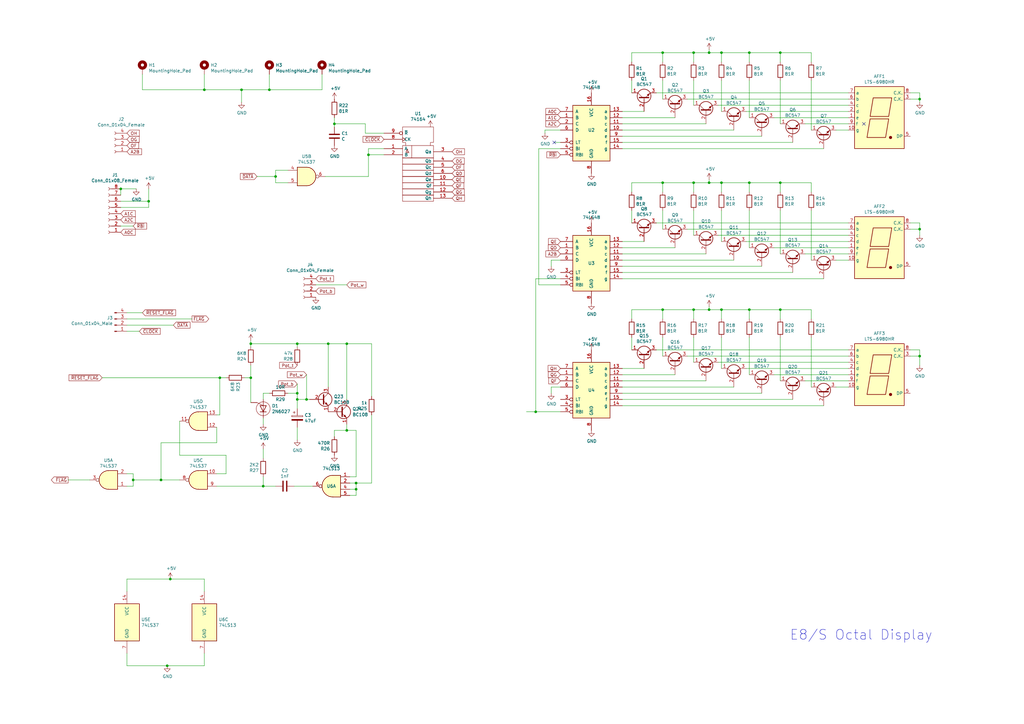
<source format=kicad_sch>
(kicad_sch (version 20211123) (generator eeschema)
  (paper "A3")
  (junction (at 290.83 74.93))
  (junction (at 290.83 21.59))
  (junction (at 295.91 127))
  (junction (at 125.73 163.83))
  (junction (at 377.19 146.05))
  (junction (at 295.91 74.93))
  (junction (at 377.19 40.64))
  (junction (at 107.95 199.39))
  (junction (at 271.78 127))
  (junction (at 284.48 21.59))
  (junction (at 68.58 273.05))
  (junction (at 102.87 154.94))
  (junction (at 134.62 140.97))
  (junction (at 271.78 74.93))
  (junction (at 142.24 176.53))
  (junction (at 151.13 63.5))
  (junction (at 49.53 77.47))
  (junction (at 113.03 72.39))
  (junction (at 54.61 196.85))
  (junction (at 307.34 74.93))
  (junction (at 66.04 196.85))
  (junction (at 121.92 163.83))
  (junction (at 320.04 74.93))
  (junction (at 83.82 36.83))
  (junction (at 90.17 154.94))
  (junction (at 320.04 127))
  (junction (at 121.92 140.97))
  (junction (at 290.83 127))
  (junction (at 271.78 21.59))
  (junction (at 110.49 36.83))
  (junction (at 102.87 140.97))
  (junction (at 377.19 93.98))
  (junction (at 69.85 237.49))
  (junction (at 146.05 200.66))
  (junction (at 142.24 140.97))
  (junction (at 146.05 198.12))
  (junction (at 320.04 21.59))
  (junction (at 284.48 127))
  (junction (at 284.48 74.93))
  (junction (at 99.06 36.83))
  (junction (at 295.91 21.59))
  (junction (at 137.16 50.8))
  (junction (at 307.34 127))
  (junction (at 121.92 161.29))
  (junction (at 219.71 168.91))
  (junction (at 60.96 82.55))
  (junction (at 307.34 21.59))
  (no_connect (at 227.33 58.42))
  (no_connect (at 354.33 50.8))
  (wire (pts (xy 306.07 45.72) (xy 347.98 45.72)))
  (wire (pts (xy 152.4 170.18) (xy 152.4 198.12)))
  (wire (pts (xy 99.06 36.83) (xy 83.82 36.83)))
  (wire (pts (xy 255.27 153.67) (xy 276.86 153.67)))
  (wire (pts (xy 121.92 175.26) (xy 121.92 180.34)))
  (wire (pts (xy 255.27 48.26) (xy 276.86 48.26)))
  (wire (pts (xy 92.71 154.94) (xy 90.17 154.94)))
  (wire (pts (xy 125.73 163.83) (xy 121.92 163.83)))
  (wire (pts (xy 49.53 80.01) (xy 49.53 77.47)))
  (wire (pts (xy 377.19 96.52) (xy 377.19 93.98)))
  (wire (pts (xy 259.08 86.36) (xy 259.08 91.44)))
  (wire (pts (xy 255.27 50.8) (xy 289.56 50.8)))
  (wire (pts (xy 320.04 25.4) (xy 320.04 21.59)))
  (wire (pts (xy 255.27 60.96) (xy 337.82 60.96)))
  (wire (pts (xy 342.9 106.68) (xy 347.98 106.68)))
  (wire (pts (xy 151.13 72.39) (xy 133.35 72.39)))
  (wire (pts (xy 137.16 176.53) (xy 142.24 176.53)))
  (wire (pts (xy 342.9 158.75) (xy 347.98 158.75)))
  (wire (pts (xy 332.74 127) (xy 332.74 130.81)))
  (wire (pts (xy 284.48 148.59) (xy 284.48 138.43)))
  (wire (pts (xy 295.91 127) (xy 307.34 127)))
  (wire (pts (xy 69.85 237.49) (xy 52.07 237.49)))
  (wire (pts (xy 107.95 195.58) (xy 107.95 199.39)))
  (wire (pts (xy 49.53 82.55) (xy 60.96 82.55)))
  (wire (pts (xy 52.07 128.27) (xy 58.42 128.27)))
  (wire (pts (xy 255.27 53.34) (xy 300.99 53.34)))
  (wire (pts (xy 121.92 163.83) (xy 121.92 167.64)))
  (wire (pts (xy 307.34 130.81) (xy 307.34 127)))
  (wire (pts (xy 290.83 21.59) (xy 295.91 21.59)))
  (wire (pts (xy 317.5 153.67) (xy 347.98 153.67)))
  (wire (pts (xy 88.9 194.31) (xy 92.71 194.31)))
  (wire (pts (xy 157.48 63.5) (xy 151.13 63.5)))
  (wire (pts (xy 52.07 194.31) (xy 54.61 194.31)))
  (wire (pts (xy 347.98 91.44) (xy 269.24 91.44)))
  (wire (pts (xy 107.95 199.39) (xy 88.9 199.39)))
  (wire (pts (xy 83.82 36.83) (xy 58.42 36.83)))
  (wire (pts (xy 347.98 96.52) (xy 294.64 96.52)))
  (wire (pts (xy 121.92 161.29) (xy 121.92 163.83)))
  (wire (pts (xy 121.92 157.48) (xy 121.92 161.29)))
  (wire (pts (xy 332.74 106.68) (xy 332.74 86.36)))
  (wire (pts (xy 269.24 38.1) (xy 347.98 38.1)))
  (wire (pts (xy 73.66 186.69) (xy 73.66 172.72)))
  (wire (pts (xy 320.04 104.14) (xy 320.04 86.36)))
  (wire (pts (xy 113.03 74.93) (xy 118.11 74.93)))
  (wire (pts (xy 49.53 85.09) (xy 60.96 85.09)))
  (wire (pts (xy 271.78 21.59) (xy 271.78 25.4)))
  (wire (pts (xy 229.87 116.84) (xy 220.98 116.84)))
  (wire (pts (xy 143.51 203.2) (xy 146.05 203.2)))
  (wire (pts (xy 373.38 93.98) (xy 377.19 93.98)))
  (wire (pts (xy 373.38 40.64) (xy 377.19 40.64)))
  (wire (pts (xy 290.83 127) (xy 295.91 127)))
  (wire (pts (xy 54.61 194.31) (xy 54.61 196.85)))
  (wire (pts (xy 128.27 199.39) (xy 120.65 199.39)))
  (wire (pts (xy 295.91 99.06) (xy 295.91 86.36)))
  (wire (pts (xy 284.48 127) (xy 290.83 127)))
  (wire (pts (xy 49.53 77.47) (xy 55.88 77.47)))
  (wire (pts (xy 68.58 273.05) (xy 83.82 273.05)))
  (wire (pts (xy 264.16 151.13) (xy 255.27 151.13)))
  (wire (pts (xy 259.08 33.02) (xy 259.08 38.1)))
  (wire (pts (xy 377.19 91.44) (xy 377.19 93.98)))
  (wire (pts (xy 52.07 237.49) (xy 52.07 242.57)))
  (wire (pts (xy 373.38 91.44) (xy 377.19 91.44)))
  (wire (pts (xy 121.92 142.24) (xy 121.92 140.97)))
  (wire (pts (xy 255.27 114.3) (xy 337.82 114.3)))
  (wire (pts (xy 306.07 99.06) (xy 347.98 99.06)))
  (wire (pts (xy 127 163.83) (xy 125.73 163.83)))
  (wire (pts (xy 52.07 135.89) (xy 57.15 135.89)))
  (wire (pts (xy 102.87 154.94) (xy 102.87 165.1)))
  (wire (pts (xy 149.86 50.8) (xy 149.86 54.61)))
  (wire (pts (xy 259.08 78.74) (xy 259.08 74.93)))
  (wire (pts (xy 320.04 74.93) (xy 332.74 74.93)))
  (wire (pts (xy 118.11 161.29) (xy 121.92 161.29)))
  (wire (pts (xy 255.27 106.68) (xy 300.99 106.68)))
  (wire (pts (xy 320.04 78.74) (xy 320.04 74.93)))
  (wire (pts (xy 113.03 199.39) (xy 107.95 199.39)))
  (wire (pts (xy 110.49 161.29) (xy 107.95 161.29)))
  (wire (pts (xy 281.94 146.05) (xy 347.98 146.05)))
  (wire (pts (xy 320.04 156.21) (xy 320.04 138.43)))
  (wire (pts (xy 102.87 149.86) (xy 102.87 154.94)))
  (wire (pts (xy 295.91 78.74) (xy 295.91 74.93)))
  (wire (pts (xy 271.78 74.93) (xy 284.48 74.93)))
  (wire (pts (xy 320.04 130.81) (xy 320.04 127)))
  (wire (pts (xy 290.83 74.93) (xy 295.91 74.93)))
  (wire (pts (xy 54.61 199.39) (xy 52.07 199.39)))
  (wire (pts (xy 146.05 176.53) (xy 146.05 195.58)))
  (wire (pts (xy 36.83 196.85) (xy 27.94 196.85)))
  (wire (pts (xy 284.48 96.52) (xy 284.48 86.36)))
  (wire (pts (xy 264.16 99.06) (xy 255.27 99.06)))
  (wire (pts (xy 90.17 154.94) (xy 90.17 170.18)))
  (wire (pts (xy 332.74 74.93) (xy 332.74 78.74)))
  (wire (pts (xy 223.52 53.34) (xy 223.52 54.61)))
  (wire (pts (xy 255.27 55.88) (xy 312.42 55.88)))
  (wire (pts (xy 134.62 158.75) (xy 134.62 140.97)))
  (wire (pts (xy 330.2 104.14) (xy 347.98 104.14)))
  (wire (pts (xy 229.87 168.91) (xy 219.71 168.91)))
  (wire (pts (xy 125.73 153.67) (xy 125.73 163.83)))
  (wire (pts (xy 229.87 106.68) (xy 226.06 106.68)))
  (wire (pts (xy 142.24 173.99) (xy 142.24 176.53)))
  (wire (pts (xy 143.51 200.66) (xy 146.05 200.66)))
  (wire (pts (xy 330.2 50.8) (xy 347.98 50.8)))
  (wire (pts (xy 255.27 58.42) (xy 325.12 58.42)))
  (wire (pts (xy 92.71 186.69) (xy 73.66 186.69)))
  (wire (pts (xy 284.48 74.93) (xy 290.83 74.93)))
  (wire (pts (xy 220.98 60.96) (xy 229.87 60.96)))
  (wire (pts (xy 52.07 273.05) (xy 68.58 273.05)))
  (wire (pts (xy 255.27 161.29) (xy 312.42 161.29)))
  (wire (pts (xy 73.66 196.85) (xy 66.04 196.85)))
  (wire (pts (xy 229.87 114.3) (xy 219.71 114.3)))
  (wire (pts (xy 271.78 93.98) (xy 271.78 86.36)))
  (wire (pts (xy 271.78 146.05) (xy 271.78 138.43)))
  (wire (pts (xy 373.38 143.51) (xy 377.19 143.51)))
  (wire (pts (xy 88.9 170.18) (xy 90.17 170.18)))
  (wire (pts (xy 66.04 196.85) (xy 54.61 196.85)))
  (wire (pts (xy 142.24 176.53) (xy 146.05 176.53)))
  (wire (pts (xy 142.24 140.97) (xy 134.62 140.97)))
  (wire (pts (xy 330.2 156.21) (xy 347.98 156.21)))
  (wire (pts (xy 54.61 92.71) (xy 49.53 92.71)))
  (wire (pts (xy 157.48 60.96) (xy 151.13 60.96)))
  (wire (pts (xy 259.08 130.81) (xy 259.08 127)))
  (wire (pts (xy 132.08 30.48) (xy 132.08 36.83)))
  (wire (pts (xy 377.19 40.64) (xy 377.19 41.91)))
  (wire (pts (xy 295.91 130.81) (xy 295.91 127)))
  (wire (pts (xy 377.19 143.51) (xy 377.19 146.05)))
  (wire (pts (xy 295.91 74.93) (xy 307.34 74.93)))
  (wire (pts (xy 284.48 127) (xy 284.48 130.81)))
  (wire (pts (xy 307.34 78.74) (xy 307.34 74.93)))
  (wire (pts (xy 83.82 273.05) (xy 83.82 267.97)))
  (wire (pts (xy 226.06 158.75) (xy 226.06 161.29)))
  (wire (pts (xy 284.48 21.59) (xy 284.48 25.4)))
  (wire (pts (xy 143.51 195.58) (xy 146.05 195.58)))
  (wire (pts (xy 151.13 60.96) (xy 151.13 63.5)))
  (wire (pts (xy 151.13 63.5) (xy 151.13 72.39)))
  (wire (pts (xy 255.27 163.83) (xy 325.12 163.83)))
  (wire (pts (xy 255.27 101.6) (xy 276.86 101.6)))
  (wire (pts (xy 295.91 151.13) (xy 295.91 138.43)))
  (wire (pts (xy 255.27 158.75) (xy 300.99 158.75)))
  (wire (pts (xy 149.86 54.61) (xy 157.48 54.61)))
  (wire (pts (xy 307.34 127) (xy 320.04 127)))
  (wire (pts (xy 220.98 116.84) (xy 220.98 60.96)))
  (wire (pts (xy 60.96 85.09) (xy 60.96 82.55)))
  (wire (pts (xy 152.4 162.56) (xy 152.4 140.97)))
  (wire (pts (xy 226.06 106.68) (xy 226.06 109.22)))
  (wire (pts (xy 290.83 125.73) (xy 290.83 127)))
  (wire (pts (xy 307.34 48.26) (xy 307.34 33.02)))
  (wire (pts (xy 342.9 53.34) (xy 347.98 53.34)))
  (wire (pts (xy 320.04 50.8) (xy 320.04 33.02)))
  (wire (pts (xy 102.87 142.24) (xy 102.87 140.97)))
  (wire (pts (xy 152.4 140.97) (xy 142.24 140.97)))
  (wire (pts (xy 307.34 101.6) (xy 307.34 86.36)))
  (wire (pts (xy 259.08 138.43) (xy 259.08 143.51)))
  (wire (pts (xy 284.48 43.18) (xy 284.48 33.02)))
  (wire (pts (xy 146.05 200.66) (xy 146.05 198.12)))
  (wire (pts (xy 229.87 53.34) (xy 223.52 53.34)))
  (wire (pts (xy 295.91 21.59) (xy 307.34 21.59)))
  (wire (pts (xy 219.71 168.91) (xy 215.9 168.91)))
  (wire (pts (xy 255.27 104.14) (xy 289.56 104.14)))
  (wire (pts (xy 219.71 114.3) (xy 219.71 168.91)))
  (wire (pts (xy 137.16 50.8) (xy 149.86 50.8)))
  (wire (pts (xy 113.03 69.85) (xy 113.03 72.39)))
  (wire (pts (xy 294.64 43.18) (xy 347.98 43.18)))
  (wire (pts (xy 281.94 93.98) (xy 347.98 93.98)))
  (wire (pts (xy 152.4 198.12) (xy 146.05 198.12)))
  (wire (pts (xy 347.98 143.51) (xy 269.24 143.51)))
  (wire (pts (xy 271.78 127) (xy 271.78 130.81)))
  (wire (pts (xy 317.5 101.6) (xy 347.98 101.6)))
  (wire (pts (xy 229.87 58.42) (xy 227.33 58.42)))
  (wire (pts (xy 271.78 40.64) (xy 271.78 33.02)))
  (wire (pts (xy 377.19 146.05) (xy 377.19 149.86)))
  (wire (pts (xy 146.05 198.12) (xy 143.51 198.12)))
  (wire (pts (xy 307.34 74.93) (xy 320.04 74.93)))
  (wire (pts (xy 255.27 111.76) (xy 325.12 111.76)))
  (wire (pts (xy 137.16 179.07) (xy 137.16 176.53)))
  (wire (pts (xy 118.11 69.85) (xy 113.03 69.85)))
  (wire (pts (xy 113.03 72.39) (xy 105.41 72.39)))
  (wire (pts (xy 83.82 30.48) (xy 83.82 36.83)))
  (wire (pts (xy 99.06 36.83) (xy 99.06 41.91)))
  (wire (pts (xy 377.19 38.1) (xy 377.19 40.64)))
  (wire (pts (xy 347.98 148.59) (xy 294.64 148.59)))
  (wire (pts (xy 317.5 48.26) (xy 347.98 48.26)))
  (wire (pts (xy 110.49 30.48) (xy 110.49 36.83)))
  (wire (pts (xy 259.08 25.4) (xy 259.08 21.59)))
  (wire (pts (xy 290.83 73.66) (xy 290.83 74.93)))
  (wire (pts (xy 54.61 196.85) (xy 54.61 199.39)))
  (wire (pts (xy 271.78 127) (xy 284.48 127)))
  (wire (pts (xy 132.08 36.83) (xy 110.49 36.83)))
  (wire (pts (xy 142.24 163.83) (xy 142.24 140.97)))
  (wire (pts (xy 107.95 187.96) (xy 107.95 184.15)))
  (wire (pts (xy 102.87 154.94) (xy 100.33 154.94)))
  (wire (pts (xy 58.42 36.83) (xy 58.42 30.48)))
  (wire (pts (xy 83.82 237.49) (xy 69.85 237.49)))
  (wire (pts (xy 66.04 196.85) (xy 66.04 181.61)))
  (wire (pts (xy 88.9 181.61) (xy 88.9 175.26)))
  (wire (pts (xy 332.74 21.59) (xy 332.74 25.4)))
  (wire (pts (xy 332.74 158.75) (xy 332.74 138.43)))
  (wire (pts (xy 41.91 154.94) (xy 90.17 154.94)))
  (wire (pts (xy 377.19 38.1) (xy 373.38 38.1)))
  (wire (pts (xy 284.48 74.93) (xy 284.48 78.74)))
  (wire (pts (xy 295.91 25.4) (xy 295.91 21.59)))
  (wire (pts (xy 66.04 181.61) (xy 88.9 181.61)))
  (wire (pts (xy 290.83 20.32) (xy 290.83 21.59)))
  (wire (pts (xy 83.82 242.57) (xy 83.82 237.49)))
  (wire (pts (xy 107.95 171.45) (xy 107.95 173.99)))
  (wire (pts (xy 60.96 82.55) (xy 60.96 77.47)))
  (wire (pts (xy 259.08 74.93) (xy 271.78 74.93)))
  (wire (pts (xy 320.04 21.59) (xy 332.74 21.59)))
  (wire (pts (xy 295.91 45.72) (xy 295.91 33.02)))
  (wire (pts (xy 271.78 74.93) (xy 271.78 78.74)))
  (wire (pts (xy 229.87 158.75) (xy 226.06 158.75)))
  (wire (pts (xy 271.78 21.59) (xy 284.48 21.59)))
  (wire (pts (xy 137.16 48.26) (xy 137.16 50.8)))
  (wire (pts (xy 52.07 130.81) (xy 78.74 130.81)))
  (wire (pts (xy 102.87 140.97) (xy 102.87 139.7)))
  (wire (pts (xy 259.08 21.59) (xy 271.78 21.59)))
  (wire (pts (xy 110.49 36.83) (xy 99.06 36.83)))
  (wire (pts (xy 113.03 72.39) (xy 113.03 74.93)))
  (wire (pts (xy 281.94 40.64) (xy 347.98 40.64)))
  (wire (pts (xy 134.62 140.97) (xy 121.92 140.97)))
  (wire (pts (xy 320.04 127) (xy 332.74 127)))
  (wire (pts (xy 306.07 151.13) (xy 347.98 151.13)))
  (wire (pts (xy 373.38 146.05) (xy 377.19 146.05)))
  (wire (pts (xy 129.54 116.84) (xy 142.24 116.84)))
  (wire (pts (xy 146.05 203.2) (xy 146.05 200.66)))
  (wire (pts (xy 332.74 53.34) (xy 332.74 33.02)))
  (wire (pts (xy 52.07 133.35) (xy 71.12 133.35)))
  (wire (pts (xy 255.27 109.22) (xy 312.42 109.22)))
  (wire (pts (xy 255.27 156.21) (xy 289.56 156.21)))
  (wire (pts (xy 255.27 166.37) (xy 337.82 166.37)))
  (wire (pts (xy 259.08 127) (xy 271.78 127)))
  (wire (pts (xy 307.34 25.4) (xy 307.34 21.59)))
  (wire (pts (xy 137.16 50.8) (xy 137.16 52.07)))
  (wire (pts (xy 307.34 153.67) (xy 307.34 138.43)))
  (wire (pts (xy 107.95 161.29) (xy 107.95 163.83)))
  (wire (pts (xy 121.92 140.97) (xy 102.87 140.97)))
  (wire (pts (xy 264.16 45.72) (xy 255.27 45.72)))
  (wire (pts (xy 92.71 186.69) (xy 92.71 194.31)))
  (wire (pts (xy 284.48 21.59) (xy 290.83 21.59)))
  (wire (pts (xy 52.07 267.97) (xy 52.07 273.05)))
  (wire (pts (xy 307.34 21.59) (xy 320.04 21.59)))
  (text "E8/S Octal Display" (at 323.85 262.89 0) (effects (font (size 3.9878 3.9878)) (justify left bottom)))
  (global_label "A2C" (shape input) (at 49.53 90.17 0) (property "Intersheet References" "${INTERSHEET_REFS}" (effects hide)))
  (global_label "~{DATA}" (shape input) (at 105.41 72.39 180) (property "Intersheet References" "${INTERSHEET_REFS}" (effects hide)))
  (global_label "OG" (shape input) (at 52.07 57.15 0) (property "Intersheet References" "${INTERSHEET_REFS}" (effects hide)))
  (global_label "~{CLOCK}" (shape input) (at 57.15 135.89 0) (property "Intersheet References" "${INTERSHEET_REFS}" (effects hide)))
  (global_label "OF" (shape input) (at 185.42 68.58 0) (property "Intersheet References" "${INTERSHEET_REFS}" (effects hide)))
  (global_label "QH" (shape input) (at 229.87 151.13 180) (property "Intersheet References" "${INTERSHEET_REFS}" (effects hide)))
  (global_label "QH" (shape input) (at 185.42 81.28 0) (property "Intersheet References" "${INTERSHEET_REFS}" (effects hide)))
  (global_label "QD" (shape input) (at 185.42 71.12 0) (property "Intersheet References" "${INTERSHEET_REFS}" (effects hide)))
  (global_label "A2B" (shape input) (at 229.87 104.14 180) (property "Intersheet References" "${INTERSHEET_REFS}" (effects hide)))
  (global_label "Pot_w" (shape input) (at 142.24 116.84 0) (property "Intersheet References" "${INTERSHEET_REFS}" (effects hide)))
  (global_label "QF" (shape input) (at 185.42 76.2 0) (property "Intersheet References" "${INTERSHEET_REFS}" (effects hide)))
  (global_label "A1C" (shape input) (at 49.53 87.63 0) (property "Intersheet References" "${INTERSHEET_REFS}" (effects hide)))
  (global_label "Pot_t" (shape input) (at 129.54 114.3 0) (property "Intersheet References" "${INTERSHEET_REFS}" (effects hide)))
  (global_label "~{RESET_FLAG}" (shape input) (at 58.42 128.27 0) (property "Intersheet References" "${INTERSHEET_REFS}" (effects hide)))
  (global_label "OH" (shape input) (at 185.42 62.23 0) (property "Intersheet References" "${INTERSHEET_REFS}" (effects hide)))
  (global_label "Pot_t" (shape input) (at 121.92 149.86 180) (property "Intersheet References" "${INTERSHEET_REFS}" (effects hide)))
  (global_label "~{RBI}" (shape input) (at 229.87 63.5 180) (property "Intersheet References" "${INTERSHEET_REFS}" (effects hide)))
  (global_label "~{FLAG}" (shape output) (at 27.94 196.85 180) (property "Intersheet References" "${INTERSHEET_REFS}" (effects hide)))
  (global_label "QG" (shape input) (at 229.87 153.67 180) (property "Intersheet References" "${INTERSHEET_REFS}" (effects hide)))
  (global_label "A0C" (shape input) (at 49.53 95.25 0) (property "Intersheet References" "${INTERSHEET_REFS}" (effects hide)))
  (global_label "Pot_b" (shape input) (at 129.54 119.38 0) (property "Intersheet References" "${INTERSHEET_REFS}" (effects hide)))
  (global_label "QF" (shape input) (at 229.87 156.21 180) (property "Intersheet References" "${INTERSHEET_REFS}" (effects hide)))
  (global_label "OH" (shape input) (at 52.07 54.61 0) (property "Intersheet References" "${INTERSHEET_REFS}" (effects hide)))
  (global_label "QE" (shape input) (at 229.87 99.06 180) (property "Intersheet References" "${INTERSHEET_REFS}" (effects hide)))
  (global_label "A2B" (shape input) (at 52.07 62.23 0) (property "Intersheet References" "${INTERSHEET_REFS}" (effects hide)))
  (global_label "QE" (shape input) (at 185.42 73.66 0) (property "Intersheet References" "${INTERSHEET_REFS}" (effects hide)))
  (global_label "~{FLAG}" (shape output) (at 78.74 130.81 0) (property "Intersheet References" "${INTERSHEET_REFS}" (effects hide)))
  (global_label "A2C" (shape input) (at 229.87 50.8 180) (property "Intersheet References" "${INTERSHEET_REFS}" (effects hide)))
  (global_label "A0C" (shape input) (at 229.87 45.72 180) (property "Intersheet References" "${INTERSHEET_REFS}" (effects hide)))
  (global_label "~{CLOCK}" (shape input) (at 157.48 57.15 180) (property "Intersheet References" "${INTERSHEET_REFS}" (effects hide)))
  (global_label "QG" (shape input) (at 185.42 78.74 0) (property "Intersheet References" "${INTERSHEET_REFS}" (effects hide)))
  (global_label "OG" (shape input) (at 185.42 66.04 0) (property "Intersheet References" "${INTERSHEET_REFS}" (effects hide)))
  (global_label "~{DATA}" (shape input) (at 71.12 133.35 0) (property "Intersheet References" "${INTERSHEET_REFS}" (effects hide)))
  (global_label "Pot_b" (shape input) (at 121.92 157.48 180) (property "Intersheet References" "${INTERSHEET_REFS}" (effects hide)))
  (global_label "QD" (shape input) (at 229.87 101.6 180) (property "Intersheet References" "${INTERSHEET_REFS}" (effects hide)))
  (global_label "A1C" (shape input) (at 229.87 48.26 180) (property "Intersheet References" "${INTERSHEET_REFS}" (effects hide)))
  (global_label "~{RESET_FLAG}" (shape input) (at 41.91 154.94 180) (property "Intersheet References" "${INTERSHEET_REFS}" (effects hide)))
  (global_label "Pot_w" (shape input) (at 125.73 153.67 180) (property "Intersheet References" "${INTERSHEET_REFS}" (effects hide)))
  (global_label "OF" (shape input) (at 52.07 59.69 0) (property "Intersheet References" "${INTERSHEET_REFS}" (effects hide)))
  (global_label "~{RBI}" (shape input) (at 54.61 92.71 0) (property "Intersheet References" "${INTERSHEET_REFS}" (effects hide)))
  (symbol (lib_id "power:GND") (at 377.19 41.91 0) (unit 1)
    (property "Reference" "#PWR02" (effects hide))
    (property "Value" "GND" (at 377.317 46.3042 0))
  )
  (symbol (lib_id "Device:R") (at 259.08 29.21 0) (unit 1)
    (property "Reference" "R1" (at 260.858 28.0416 0) (effects (justify left)))
    (property "Value" "81R" (at 260.858 30.353 0) (effects (justify left)))
    (property "Footprint" "Resistor_THT:R_Axial_DIN0207_L6.3mm_D2.5mm_P10.16mm_Horizontal" (effects hide))
  )
  (symbol (lib_id "power:+5V") (at 290.83 20.32 0) (unit 1)
    (property "Reference" "#PWR01" (effects hide))
    (property "Value" "+5V" (at 291.211 15.9258 0))
  )
  (symbol (lib_id "power:GND") (at 377.19 96.52 0) (unit 1)
    (property "Reference" "#PWR05" (effects hide))
    (property "Value" "GND" (at 377.317 100.9142 0))
  )
  (symbol (lib_id "power:+5V") (at 290.83 73.66 0) (unit 1)
    (property "Reference" "#PWR03" (effects hide))
    (property "Value" "+5V" (at 291.211 69.2658 0))
  )
  (symbol (lib_id "power:GND") (at 377.19 149.86 0) (unit 1)
    (property "Reference" "#PWR06" (effects hide))
    (property "Value" "GND" (at 377.317 154.2542 0))
  )
  (symbol (lib_id "power:+5V") (at 290.83 125.73 0) (unit 1)
    (property "Reference" "#PWR04" (effects hide))
    (property "Value" "+5V" (at 291.211 121.3358 0))
  )
  (symbol (lib_id "74xx_IEEE:74164") (at 171.45 60.96 0) (unit 1)
    (property "Reference" "U1" (at 171.45 46.5836 0))
    (property "Value" "74164" (at 171.45 48.895 0))
    (property "Footprint" "Package_DIP:DIP-14_W7.62mm_LongPads" (effects hide))
  )
  (symbol (lib_id "Display_Character:LTS-6980HR") (at 360.68 48.26 0) (unit 1)
    (property "Reference" "AFF1" (at 360.68 31.3182 0))
    (property "Value" "LTS-6980HR" (at 360.68 33.6296 0))
    (property "Footprint" "Display_7Segment:7SegmentLED_LTS6760_LTS6780" (effects hide))
    (property "Datasheet" "http://datasheet.octopart.com/LTS-6960HR-Lite-On-datasheet-11803242.pdf" (effects hide))
  )
  (symbol (lib_id "Display_Character:LTS-6980HR") (at 360.68 101.6 0) (unit 1)
    (property "Reference" "AFF2" (at 360.68 84.6582 0))
    (property "Value" "LTS-6980HR" (at 360.68 86.9696 0))
    (property "Footprint" "Display_7Segment:7SegmentLED_LTS6760_LTS6780" (effects hide))
    (property "Datasheet" "http://datasheet.octopart.com/LTS-6960HR-Lite-On-datasheet-11803242.pdf" (effects hide))
  )
  (symbol (lib_id "Display_Character:LTS-6980HR") (at 360.68 153.67 0) (unit 1)
    (property "Reference" "AFF3" (at 360.68 136.7282 0))
    (property "Value" "LTS-6980HR" (at 360.68 139.0396 0))
    (property "Footprint" "Display_7Segment:7SegmentLED_LTS6760_LTS6780" (effects hide))
    (property "Datasheet" "http://datasheet.octopart.com/LTS-6960HR-Lite-On-datasheet-11803242.pdf" (effects hide))
  )
  (symbol (lib_id "Octal-display-rescue:74LS48-74xx") (at 242.57 53.34 0) (unit 1)
    (property "Reference" "U2" (at 242.57 53.34 0))
    (property "Value" "74LS48" (at 242.57 35.814 0))
    (property "Footprint" "Package_DIP:DIP-16_W7.62mm" (effects hide))
    (property "Datasheet" "http://www.ti.com/lit/gpn/sn74LS48" (effects hide))
  )
  (symbol (lib_id "Transistor_BJT:BC547") (at 264.16 40.64 90) (unit 1)
    (property "Reference" "Q1" (at 264.16 32.3088 90))
    (property "Value" "BC547" (at 264.16 34.6202 90))
    (property "Footprint" "Package_TO_SOT_THT:TO-92_Inline_Wide" (effects hide))
    (property "Datasheet" "https://www.onsemi.com/pub/Collateral/BC550-D.pdf" (effects hide))
  )
  (symbol (lib_id "Transistor_BJT:BC547") (at 276.86 43.18 90) (unit 1)
    (property "Reference" "Q2" (at 276.86 34.8488 90))
    (property "Value" "BC547" (at 276.86 37.1602 90))
    (property "Footprint" "Package_TO_SOT_THT:TO-92_Inline_Wide" (effects hide))
    (property "Datasheet" "https://www.onsemi.com/pub/Collateral/BC550-D.pdf" (effects hide))
  )
  (symbol (lib_id "Transistor_BJT:BC547") (at 289.56 45.72 90) (unit 1)
    (property "Reference" "Q3" (at 289.56 37.3888 90))
    (property "Value" "BC547" (at 289.56 39.7002 90))
    (property "Footprint" "Package_TO_SOT_THT:TO-92_Inline_Wide" (effects hide))
    (property "Datasheet" "https://www.onsemi.com/pub/Collateral/BC550-D.pdf" (effects hide))
  )
  (symbol (lib_id "Transistor_BJT:BC547") (at 300.99 48.26 90) (unit 1)
    (property "Reference" "Q4" (at 300.99 39.9288 90))
    (property "Value" "BC547" (at 300.99 42.2402 90))
    (property "Footprint" "Package_TO_SOT_THT:TO-92_Inline_Wide" (effects hide))
    (property "Datasheet" "https://www.onsemi.com/pub/Collateral/BC550-D.pdf" (effects hide))
  )
  (symbol (lib_id "Transistor_BJT:BC547") (at 312.42 50.8 90) (unit 1)
    (property "Reference" "Q5" (at 312.42 42.4688 90))
    (property "Value" "BC547" (at 312.42 44.7802 90))
    (property "Footprint" "Package_TO_SOT_THT:TO-92_Inline_Wide" (effects hide))
    (property "Datasheet" "https://www.onsemi.com/pub/Collateral/BC550-D.pdf" (effects hide))
  )
  (symbol (lib_id "Transistor_BJT:BC547") (at 325.12 53.34 90) (unit 1)
    (property "Reference" "Q6" (at 325.12 45.0088 90))
    (property "Value" "BC547" (at 325.12 47.3202 90))
    (property "Footprint" "Package_TO_SOT_THT:TO-92_Inline_Wide" (effects hide))
    (property "Datasheet" "https://www.onsemi.com/pub/Collateral/BC550-D.pdf" (effects hide))
  )
  (symbol (lib_id "Transistor_BJT:BC547") (at 337.82 55.88 90) (unit 1)
    (property "Reference" "Q7" (at 337.82 47.5488 90))
    (property "Value" "BC547" (at 337.82 49.8602 90))
    (property "Footprint" "Package_TO_SOT_THT:TO-92_Inline_Wide" (effects hide))
    (property "Datasheet" "https://www.onsemi.com/pub/Collateral/BC550-D.pdf" (effects hide))
  )
  (symbol (lib_id "Transistor_BJT:BC547") (at 264.16 93.98 90) (unit 1)
    (property "Reference" "Q8" (at 264.16 85.6488 90))
    (property "Value" "BC547" (at 264.16 87.9602 90))
    (property "Footprint" "Package_TO_SOT_THT:TO-92_Inline_Wide" (effects hide))
    (property "Datasheet" "https://www.onsemi.com/pub/Collateral/BC550-D.pdf" (effects hide))
  )
  (symbol (lib_id "Transistor_BJT:BC547") (at 276.86 96.52 90) (unit 1)
    (property "Reference" "Q9" (at 276.86 88.1888 90))
    (property "Value" "BC547" (at 276.86 90.5002 90))
    (property "Footprint" "Package_TO_SOT_THT:TO-92_Inline_Wide" (effects hide))
    (property "Datasheet" "https://www.onsemi.com/pub/Collateral/BC550-D.pdf" (effects hide))
  )
  (symbol (lib_id "Transistor_BJT:BC547") (at 289.56 99.06 90) (unit 1)
    (property "Reference" "Q10" (at 289.56 90.7288 90))
    (property "Value" "BC547" (at 289.56 93.0402 90))
    (property "Footprint" "Package_TO_SOT_THT:TO-92_Inline_Wide" (effects hide))
    (property "Datasheet" "https://www.onsemi.com/pub/Collateral/BC550-D.pdf" (effects hide))
  )
  (symbol (lib_id "Transistor_BJT:BC547") (at 300.99 101.6 90) (unit 1)
    (property "Reference" "Q11" (at 300.99 93.2688 90))
    (property "Value" "BC547" (at 300.99 95.5802 90))
    (property "Footprint" "Package_TO_SOT_THT:TO-92_Inline_Wide" (effects hide))
    (property "Datasheet" "https://www.onsemi.com/pub/Collateral/BC550-D.pdf" (effects hide))
  )
  (symbol (lib_id "Transistor_BJT:BC547") (at 312.42 104.14 90) (unit 1)
    (property "Reference" "Q12" (at 312.42 95.8088 90))
    (property "Value" "BC547" (at 312.42 98.1202 90))
    (property "Footprint" "Package_TO_SOT_THT:TO-92_Inline_Wide" (effects hide))
    (property "Datasheet" "https://www.onsemi.com/pub/Collateral/BC550-D.pdf" (effects hide))
  )
  (symbol (lib_id "Transistor_BJT:BC547") (at 325.12 106.68 90) (unit 1)
    (property "Reference" "Q13" (at 325.12 98.3488 90))
    (property "Value" "BC547" (at 325.12 100.6602 90))
    (property "Footprint" "Package_TO_SOT_THT:TO-92_Inline_Wide" (effects hide))
    (property "Datasheet" "https://www.onsemi.com/pub/Collateral/BC550-D.pdf" (effects hide))
  )
  (symbol (lib_id "Transistor_BJT:BC547") (at 337.82 109.22 90) (unit 1)
    (property "Reference" "Q14" (at 337.82 100.8888 90))
    (property "Value" "BC547" (at 337.82 103.2002 90))
    (property "Footprint" "Package_TO_SOT_THT:TO-92_Inline_Wide" (effects hide))
    (property "Datasheet" "https://www.onsemi.com/pub/Collateral/BC550-D.pdf" (effects hide))
  )
  (symbol (lib_id "Transistor_BJT:BC547") (at 264.16 146.05 90) (unit 1)
    (property "Reference" "Q15" (at 264.16 137.7188 90))
    (property "Value" "BC547" (at 264.16 140.0302 90))
    (property "Footprint" "Package_TO_SOT_THT:TO-92_Inline_Wide" (effects hide))
    (property "Datasheet" "https://www.onsemi.com/pub/Collateral/BC550-D.pdf" (effects hide))
  )
  (symbol (lib_id "Transistor_BJT:BC547") (at 276.86 148.59 90) (unit 1)
    (property "Reference" "Q16" (at 276.86 140.2588 90))
    (property "Value" "BC547" (at 276.86 142.5702 90))
    (property "Footprint" "Package_TO_SOT_THT:TO-92_Inline_Wide" (effects hide))
    (property "Datasheet" "https://www.onsemi.com/pub/Collateral/BC550-D.pdf" (effects hide))
  )
  (symbol (lib_id "Transistor_BJT:BC547") (at 289.56 151.13 90) (unit 1)
    (property "Reference" "Q17" (at 289.56 142.7988 90))
    (property "Value" "BC547" (at 289.56 145.1102 90))
    (property "Footprint" "Package_TO_SOT_THT:TO-92_Inline_Wide" (effects hide))
    (property "Datasheet" "https://www.onsemi.com/pub/Collateral/BC550-D.pdf" (effects hide))
  )
  (symbol (lib_id "Transistor_BJT:BC547") (at 300.99 153.67 90) (unit 1)
    (property "Reference" "Q18" (at 300.99 145.3388 90))
    (property "Value" "BC547" (at 300.99 147.6502 90))
    (property "Footprint" "Package_TO_SOT_THT:TO-92_Inline_Wide" (effects hide))
    (property "Datasheet" "https://www.onsemi.com/pub/Collateral/BC550-D.pdf" (effects hide))
  )
  (symbol (lib_id "Transistor_BJT:BC547") (at 312.42 156.21 90) (unit 1)
    (property "Reference" "Q19" (at 312.42 147.8788 90))
    (property "Value" "BC547" (at 312.42 150.1902 90))
    (property "Footprint" "Package_TO_SOT_THT:TO-92_Inline_Wide" (effects hide))
    (property "Datasheet" "https://www.onsemi.com/pub/Collateral/BC550-D.pdf" (effects hide))
  )
  (symbol (lib_id "Transistor_BJT:BC547") (at 325.12 158.75 90) (unit 1)
    (property "Reference" "Q20" (at 325.12 150.4188 90))
    (property "Value" "BC547" (at 325.12 152.7302 90))
    (property "Footprint" "Package_TO_SOT_THT:TO-92_Inline_Wide" (effects hide))
    (property "Datasheet" "https://www.onsemi.com/pub/Collateral/BC550-D.pdf" (effects hide))
  )
  (symbol (lib_id "Transistor_BJT:BC547") (at 337.82 161.29 90) (unit 1)
    (property "Reference" "Q21" (at 337.82 152.9588 90))
    (property "Value" "BC547" (at 337.82 155.2702 90))
    (property "Footprint" "Package_TO_SOT_THT:TO-92_Inline_Wide" (effects hide))
    (property "Datasheet" "https://www.onsemi.com/pub/Collateral/BC550-D.pdf" (effects hide))
  )
  (symbol (lib_id "Device:R") (at 271.78 29.21 0) (unit 1)
    (property "Reference" "R2" (at 273.558 28.0416 0) (effects (justify left)))
    (property "Value" "81R" (at 273.558 30.353 0) (effects (justify left)))
    (property "Footprint" "Resistor_THT:R_Axial_DIN0207_L6.3mm_D2.5mm_P10.16mm_Horizontal" (effects hide))
  )
  (symbol (lib_id "Device:R") (at 284.48 29.21 0) (unit 1)
    (property "Reference" "R3" (at 286.258 28.0416 0) (effects (justify left)))
    (property "Value" "81R" (at 286.258 30.353 0) (effects (justify left)))
    (property "Footprint" "Resistor_THT:R_Axial_DIN0207_L6.3mm_D2.5mm_P10.16mm_Horizontal" (effects hide))
  )
  (symbol (lib_id "Device:R") (at 295.91 29.21 0) (unit 1)
    (property "Reference" "R4" (at 297.688 28.0416 0) (effects (justify left)))
    (property "Value" "81R" (at 297.688 30.353 0) (effects (justify left)))
    (property "Footprint" "Resistor_THT:R_Axial_DIN0207_L6.3mm_D2.5mm_P10.16mm_Horizontal" (effects hide))
  )
  (symbol (lib_id "Device:R") (at 307.34 29.21 0) (unit 1)
    (property "Reference" "R5" (at 309.118 28.0416 0) (effects (justify left)))
    (property "Value" "81R" (at 309.118 30.353 0) (effects (justify left)))
    (property "Footprint" "Resistor_THT:R_Axial_DIN0207_L6.3mm_D2.5mm_P10.16mm_Horizontal" (effects hide))
  )
  (symbol (lib_id "Device:R") (at 320.04 29.21 0) (unit 1)
    (property "Reference" "R6" (at 321.818 28.0416 0) (effects (justify left)))
    (property "Value" "81R" (at 321.818 30.353 0) (effects (justify left)))
    (property "Footprint" "Resistor_THT:R_Axial_DIN0207_L6.3mm_D2.5mm_P10.16mm_Horizontal" (effects hide))
  )
  (symbol (lib_id "Device:R") (at 332.74 29.21 0) (unit 1)
    (property "Reference" "R7" (at 334.518 28.0416 0) (effects (justify left)))
    (property "Value" "81R" (at 334.518 30.353 0) (effects (justify left)))
    (property "Footprint" "Resistor_THT:R_Axial_DIN0207_L6.3mm_D2.5mm_P10.16mm_Horizontal" (effects hide))
  )
  (symbol (lib_id "Device:R") (at 259.08 82.55 0) (unit 1)
    (property "Reference" "R8" (at 260.858 81.3816 0) (effects (justify left)))
    (property "Value" "81R" (at 260.858 83.693 0) (effects (justify left)))
    (property "Footprint" "Resistor_THT:R_Axial_DIN0207_L6.3mm_D2.5mm_P10.16mm_Horizontal" (effects hide))
  )
  (symbol (lib_id "Device:R") (at 271.78 82.55 0) (unit 1)
    (property "Reference" "R9" (at 273.558 81.3816 0) (effects (justify left)))
    (property "Value" "81R" (at 273.558 83.693 0) (effects (justify left)))
    (property "Footprint" "Resistor_THT:R_Axial_DIN0207_L6.3mm_D2.5mm_P10.16mm_Horizontal" (effects hide))
  )
  (symbol (lib_id "Device:R") (at 284.48 82.55 0) (unit 1)
    (property "Reference" "R10" (at 286.258 81.3816 0) (effects (justify left)))
    (property "Value" "81R" (at 286.258 83.693 0) (effects (justify left)))
    (property "Footprint" "Resistor_THT:R_Axial_DIN0207_L6.3mm_D2.5mm_P10.16mm_Horizontal" (effects hide))
  )
  (symbol (lib_id "Device:R") (at 295.91 82.55 0) (unit 1)
    (property "Reference" "R11" (at 297.688 81.3816 0) (effects (justify left)))
    (property "Value" "81R" (at 297.688 83.693 0) (effects (justify left)))
    (property "Footprint" "Resistor_THT:R_Axial_DIN0207_L6.3mm_D2.5mm_P10.16mm_Horizontal" (effects hide))
  )
  (symbol (lib_id "Device:R") (at 307.34 82.55 0) (unit 1)
    (property "Reference" "R12" (at 309.118 81.3816 0) (effects (justify left)))
    (property "Value" "81R" (at 309.118 83.693 0) (effects (justify left)))
    (property "Footprint" "Resistor_THT:R_Axial_DIN0207_L6.3mm_D2.5mm_P10.16mm_Horizontal" (effects hide))
  )
  (symbol (lib_id "Device:R") (at 320.04 82.55 0) (unit 1)
    (property "Reference" "R13" (at 321.818 81.3816 0) (effects (justify left)))
    (property "Value" "81R" (at 321.818 83.693 0) (effects (justify left)))
    (property "Footprint" "Resistor_THT:R_Axial_DIN0207_L6.3mm_D2.5mm_P10.16mm_Horizontal" (effects hide))
  )
  (symbol (lib_id "Device:R") (at 332.74 82.55 0) (unit 1)
    (property "Reference" "R14" (at 334.518 81.3816 0) (effects (justify left)))
    (property "Value" "81R" (at 334.518 83.693 0) (effects (justify left)))
    (property "Footprint" "Resistor_THT:R_Axial_DIN0207_L6.3mm_D2.5mm_P10.16mm_Horizontal" (effects hide))
  )
  (symbol (lib_id "Device:R") (at 259.08 134.62 0) (unit 1)
    (property "Reference" "R15" (at 260.858 133.4516 0) (effects (justify left)))
    (property "Value" "81R" (at 260.858 135.763 0) (effects (justify left)))
    (property "Footprint" "Resistor_THT:R_Axial_DIN0207_L6.3mm_D2.5mm_P10.16mm_Horizontal" (effects hide))
  )
  (symbol (lib_id "Device:R") (at 271.78 134.62 0) (unit 1)
    (property "Reference" "R16" (at 273.558 133.4516 0) (effects (justify left)))
    (property "Value" "81R" (at 273.558 135.763 0) (effects (justify left)))
    (property "Footprint" "Resistor_THT:R_Axial_DIN0207_L6.3mm_D2.5mm_P10.16mm_Horizontal" (effects hide))
  )
  (symbol (lib_id "Device:R") (at 284.48 134.62 0) (unit 1)
    (property "Reference" "R17" (at 286.258 133.4516 0) (effects (justify left)))
    (property "Value" "81R" (at 286.258 135.763 0) (effects (justify left)))
    (property "Footprint" "Resistor_THT:R_Axial_DIN0207_L6.3mm_D2.5mm_P10.16mm_Horizontal" (effects hide))
  )
  (symbol (lib_id "Device:R") (at 295.91 134.62 0) (unit 1)
    (property "Reference" "R18" (at 297.688 133.4516 0) (effects (justify left)))
    (property "Value" "81R" (at 297.688 135.763 0) (effects (justify left)))
    (property "Footprint" "Resistor_THT:R_Axial_DIN0207_L6.3mm_D2.5mm_P10.16mm_Horizontal" (effects hide))
  )
  (symbol (lib_id "Device:R") (at 307.34 134.62 0) (unit 1)
    (property "Reference" "R19" (at 309.118 133.4516 0) (effects (justify left)))
    (property "Value" "81R" (at 309.118 135.763 0) (effects (justify left)))
    (property "Footprint" "Resistor_THT:R_Axial_DIN0207_L6.3mm_D2.5mm_P10.16mm_Horizontal" (effects hide))
  )
  (symbol (lib_id "Device:R") (at 320.04 134.62 0) (unit 1)
    (property "Reference" "R20" (at 321.818 133.4516 0) (effects (justify left)))
    (property "Value" "81R" (at 321.818 135.763 0) (effects (justify left)))
    (property "Footprint" "Resistor_THT:R_Axial_DIN0207_L6.3mm_D2.5mm_P10.16mm_Horizontal" (effects hide))
  )
  (symbol (lib_id "Device:R") (at 332.74 134.62 0) (unit 1)
    (property "Reference" "R21" (at 334.518 133.4516 0) (effects (justify left)))
    (property "Value" "81R" (at 334.518 135.763 0) (effects (justify left)))
    (property "Footprint" "Resistor_THT:R_Axial_DIN0207_L6.3mm_D2.5mm_P10.16mm_Horizontal" (effects hide))
  )
  (symbol (lib_id "Octal-display-rescue:74LS48-74xx") (at 242.57 106.68 0) (unit 1)
    (property "Reference" "U3" (at 242.57 107.95 0))
    (property "Value" "74LS48" (at 242.57 89.154 0))
    (property "Footprint" "Package_DIP:DIP-16_W7.62mm" (effects hide))
    (property "Datasheet" "http://www.ti.com/lit/gpn/sn74LS48" (effects hide))
  )
  (symbol (lib_id "Octal-display-rescue:74LS48-74xx") (at 242.57 158.75 0) (unit 1)
    (property "Reference" "U4" (at 242.57 160.02 0))
    (property "Value" "74LS48" (at 242.57 141.224 0))
    (property "Footprint" "Package_DIP:DIP-16_W7.62mm" (effects hide))
    (property "Datasheet" "http://www.ti.com/lit/gpn/sn74LS48" (effects hide))
  )
  (symbol (lib_id "power:+5V") (at 242.57 38.1 0) (unit 1)
    (property "Reference" "#PWR0101" (effects hide))
    (property "Value" "+5V" (at 242.951 33.7058 0))
  )
  (symbol (lib_id "power:+5V") (at 242.57 91.44 0) (unit 1)
    (property "Reference" "#PWR0102" (effects hide))
    (property "Value" "+5V" (at 242.951 87.0458 0))
  )
  (symbol (lib_id "power:+5V") (at 242.57 143.51 0) (unit 1)
    (property "Reference" "#PWR0103" (effects hide))
    (property "Value" "+5V" (at 242.951 139.1158 0))
  )
  (symbol (lib_id "power:GND") (at 242.57 176.53 0) (unit 1)
    (property "Reference" "#PWR0104" (effects hide))
    (property "Value" "GND" (at 242.697 180.9242 0))
  )
  (symbol (lib_id "power:GND") (at 242.57 124.46 0) (unit 1)
    (property "Reference" "#PWR0105" (effects hide))
    (property "Value" "GND" (at 242.697 128.8542 0))
  )
  (symbol (lib_id "power:GND") (at 242.57 71.12 0) (unit 1)
    (property "Reference" "#PWR0106" (effects hide))
    (property "Value" "GND" (at 242.697 75.5142 0))
  )
  (symbol (lib_id "power:GND") (at 226.06 161.29 0) (unit 1)
    (property "Reference" "#PWR0107" (effects hide))
    (property "Value" "GND" (at 226.187 165.6842 0))
  )
  (symbol (lib_id "power:GND") (at 226.06 109.22 0) (unit 1)
    (property "Reference" "#PWR0108" (effects hide))
    (property "Value" "GND" (at 226.187 113.6142 0))
  )
  (symbol (lib_id "power:GND") (at 223.52 54.61 0) (unit 1)
    (property "Reference" "#PWR0109" (effects hide))
    (property "Value" "GND" (at 223.647 59.0042 0))
  )
  (symbol (lib_id "Connector:Conn_01x08_Female") (at 44.45 87.63 180) (unit 1)
    (property "Reference" "J1" (at 47.1932 71.755 0))
    (property "Value" "Conn_01x08_Female" (at 47.1932 74.0664 0))
    (property "Footprint" "Connector_PinSocket_2.54mm:PinSocket_1x08_P2.54mm_Vertical" (effects hide))
  )
  (symbol (lib_id "power:+5V") (at 60.96 77.47 0) (unit 1)
    (property "Reference" "#PWR0110" (effects hide))
    (property "Value" "+5V" (at 61.341 73.0758 0))
  )
  (symbol (lib_id "power:GND") (at 55.88 77.47 0) (unit 1)
    (property "Reference" "#PWR0111" (effects hide))
    (property "Value" "GND" (at 56.007 81.8642 0))
  )
  (symbol (lib_id "Connector:Conn_01x04_Female") (at 46.99 59.69 180) (unit 1)
    (property "Reference" "J2" (at 49.7332 48.895 0))
    (property "Value" "Conn_01x04_Female" (at 49.7332 51.2064 0))
    (property "Footprint" "Connector_PinSocket_2.54mm:PinSocket_1x04_P2.54mm_Vertical" (effects hide))
  )
  (symbol (lib_id "Mechanical:MountingHole_Pad") (at 58.42 27.94 0) (unit 1)
    (property "Reference" "H1" (at 60.96 26.6954 0) (effects (justify left)))
    (property "Value" "MountingHole_Pad" (at 60.96 29.0068 0) (effects (justify left)))
    (property "Footprint" "MountingHole:MountingHole_3.2mm_M3_Pad_Via" (effects hide))
  )
  (symbol (lib_id "Mechanical:MountingHole_Pad") (at 83.82 27.94 0) (unit 1)
    (property "Reference" "H2" (at 86.36 26.6954 0) (effects (justify left)))
    (property "Value" "MountingHole_Pad" (at 86.36 29.0068 0) (effects (justify left)))
    (property "Footprint" "MountingHole:MountingHole_3.2mm_M3_Pad_Via" (effects hide))
  )
  (symbol (lib_id "Mechanical:MountingHole_Pad") (at 110.49 27.94 0) (unit 1)
    (property "Reference" "H3" (at 113.03 26.6954 0) (effects (justify left)))
    (property "Value" "MountingHole_Pad" (at 113.03 29.0068 0) (effects (justify left)))
    (property "Footprint" "MountingHole:MountingHole_3.2mm_M3_Pad_Via" (effects hide))
  )
  (symbol (lib_id "Mechanical:MountingHole_Pad") (at 132.08 27.94 0) (unit 1)
    (property "Reference" "H4" (at 134.62 26.6954 0) (effects (justify left)))
    (property "Value" "MountingHole_Pad" (at 134.62 29.0068 0) (effects (justify left)))
    (property "Footprint" "MountingHole:MountingHole_3.2mm_M3_Pad_Via" (effects hide))
  )
  (symbol (lib_id "power:GND") (at 99.06 41.91 0) (unit 1)
    (property "Reference" "#PWR0112" (effects hide))
    (property "Value" "GND" (at 99.187 46.3042 0))
  )
  (symbol (lib_id "Device:R") (at 137.16 44.45 0) (unit 1)
    (property "Reference" "R22" (at 138.938 43.2816 0) (effects (justify left)))
    (property "Value" "81R" (at 138.938 45.593 0) (effects (justify left)))
    (property "Footprint" "Resistor_THT:R_Axial_DIN0207_L6.3mm_D2.5mm_P10.16mm_Horizontal" (effects hide))
  )
  (symbol (lib_id "Device:C") (at 137.16 55.88 0) (unit 1)
    (property "Reference" "C1" (at 140.081 54.7116 0) (effects (justify left)))
    (property "Value" "C" (at 140.081 57.023 0) (effects (justify left)))
    (property "Footprint" "Capacitor_THT:C_Rect_L7.0mm_W2.5mm_P5.00mm" (effects hide))
  )
  (symbol (lib_id "power:GND") (at 137.16 59.69 0) (unit 1)
    (property "Reference" "#PWR0113" (effects hide))
    (property "Value" "GND" (at 137.287 64.0842 0))
  )
  (symbol (lib_id "power:+5V") (at 137.16 40.64 0) (unit 1)
    (property "Reference" "#PWR0114" (effects hide))
    (property "Value" "+5V" (at 137.541 36.2458 0))
  )
  (symbol (lib_id "74xx:74LS37") (at 125.73 72.39 0) (unit 2)
    (property "Reference" "U5" (at 125.73 64.135 0))
    (property "Value" "74LS37" (at 125.73 66.4464 0))
    (property "Footprint" "Package_DIP:DIP-14_W7.62mm" (effects hide))
    (property "Datasheet" "http://www.ti.com/lit/gpn/sn74ls37" (effects hide))
  )
  (symbol (lib_id "power:+5V") (at 176.53 52.07 0) (unit 1)
    (property "Reference" "#PWR0115" (effects hide))
    (property "Value" "+5V" (at 176.911 47.6758 0))
  )
  (symbol (lib_id "74xx:74LS37") (at 52.07 255.27 0) (unit 5)
    (property "Reference" "U5" (at 57.912 254.1016 0) (effects (justify left)))
    (property "Value" "74LS37" (at 57.912 256.413 0) (effects (justify left)))
    (property "Datasheet" "http://www.ti.com/lit/gpn/sn74ls37" (effects hide))
  )
  (symbol (lib_id "power:+5V") (at 69.85 237.49 0) (unit 1)
    (property "Reference" "#PWR0116" (effects hide))
    (property "Value" "+5V" (at 70.231 233.0958 0))
  )
  (symbol (lib_id "power:GND") (at 68.58 273.05 0) (unit 1)
    (property "Reference" "#PWR0117" (effects hide))
    (property "Value" "GND" (at 68.707 277.4442 0))
  )
  (symbol (lib_id "74xx:74LS37") (at 44.45 196.85 180) (unit 1)
    (property "Reference" "U5" (at 44.45 188.7982 0))
    (property "Value" "74LS37" (at 44.45 191.1096 0))
    (property "Datasheet" "http://www.ti.com/lit/gpn/sn74ls37" (effects hide))
  )
  (symbol (lib_id "74xx:74LS37") (at 81.28 196.85 180) (unit 3)
    (property "Reference" "U5" (at 81.28 188.7982 0))
    (property "Value" "74LS37" (at 81.28 191.1096 0))
    (property "Datasheet" "http://www.ti.com/lit/gpn/sn74ls37" (effects hide))
  )
  (symbol (lib_id "74xx:74LS37") (at 81.28 172.72 180) (unit 4)
    (property "Reference" "U5" (at 81.28 164.6682 0))
    (property "Value" "74LS37" (at 81.28 166.9796 0))
    (property "Datasheet" "http://www.ti.com/lit/gpn/sn74ls37" (effects hide))
  )
  (symbol (lib_id "Device:R") (at 96.52 154.94 270) (unit 1)
    (property "Reference" "R23" (at 97.6884 156.718 0) (effects (justify left)))
    (property "Value" "6K8" (at 95.377 156.718 0) (effects (justify left)))
    (property "Footprint" "Resistor_THT:R_Axial_DIN0207_L6.3mm_D2.5mm_P10.16mm_Horizontal" (effects hide))
  )
  (symbol (lib_id "Device:R") (at 102.87 146.05 180) (unit 1)
    (property "Reference" "R24" (at 101.092 147.2184 0) (effects (justify left)))
    (property "Value" "6K8" (at 101.092 144.907 0) (effects (justify left)))
    (property "Footprint" "Resistor_THT:R_Axial_DIN0207_L6.3mm_D2.5mm_P10.16mm_Horizontal" (effects hide))
  )
  (symbol (lib_id "power:+5V") (at 102.87 139.7 0) (unit 1)
    (property "Reference" "#PWR0118" (effects hide))
    (property "Value" "+5V" (at 103.251 135.3058 0))
  )
  (symbol (lib_id "Device:C") (at 116.84 199.39 270) (unit 1)
    (property "Reference" "C2" (at 116.84 192.9892 90))
    (property "Value" "1nF" (at 116.84 195.3006 90))
    (property "Footprint" "Capacitor_THT:C_Disc_D5.0mm_W2.5mm_P5.00mm" (effects hide))
  )
  (symbol (lib_id "Device:R") (at 107.95 191.77 180) (unit 1)
    (property "Reference" "R27" (at 106.172 192.9384 0) (effects (justify left)))
    (property "Value" "2K2" (at 106.172 190.627 0) (effects (justify left)))
    (property "Footprint" "Resistor_THT:R_Axial_DIN0207_L6.3mm_D2.5mm_P10.16mm_Horizontal" (effects hide))
  )
  (symbol (lib_id "power:+5V") (at 107.95 184.15 0) (unit 1)
    (property "Reference" "#PWR0119" (effects hide))
    (property "Value" "+5V" (at 108.331 179.7558 0))
  )
  (symbol (lib_id "74xx:74LS13") (at 135.89 199.39 0) (mirror y) (unit 1)
    (property "Reference" "U6" (at 135.89 199.39 0))
    (property "Value" "74LS13" (at 135.89 192.1764 0))
    (property "Footprint" "Package_DIP:DIP-14_W7.62mm" (effects hide))
    (property "Datasheet" "http://www.ti.com/lit/gpn/sn74LS13" (effects hide))
  )
  (symbol (lib_id "Device:R") (at 137.16 182.88 180) (unit 1)
    (property "Reference" "R26" (at 135.382 184.0484 0) (effects (justify left)))
    (property "Value" "470R" (at 135.382 181.737 0) (effects (justify left)))
    (property "Footprint" "Resistor_THT:R_Axial_DIN0207_L6.3mm_D2.5mm_P10.16mm_Horizontal" (effects hide))
  )
  (symbol (lib_id "power:GND") (at 137.16 186.69 0) (unit 1)
    (property "Reference" "#PWR0120" (effects hide))
    (property "Value" "GND" (at 137.287 191.0842 0))
  )
  (symbol (lib_id "Device:R") (at 152.4 166.37 180) (unit 1)
    (property "Reference" "R25" (at 150.622 167.5384 0) (effects (justify left)))
    (property "Value" "1k" (at 150.622 165.227 0) (effects (justify left)))
    (property "Footprint" "Resistor_THT:R_Axial_DIN0207_L6.3mm_D2.5mm_P10.16mm_Horizontal" (effects hide))
  )
  (symbol (lib_id "74xx:74LS13") (at 83.82 255.27 0) (unit 3)
    (property "Reference" "U6" (at 89.662 254.1016 0) (effects (justify left)))
    (property "Value" "74LS13" (at 89.662 256.413 0) (effects (justify left)))
    (property "Footprint" "Package_DIP:DIP-14_W7.62mm" (effects hide))
    (property "Datasheet" "http://www.ti.com/lit/gpn/sn74LS13" (effects hide))
  )
  (symbol (lib_id "Transistor_BJT:BC108") (at 139.7 168.91 0) (unit 1)
    (property "Reference" "Q24" (at 144.5514 167.7416 0) (effects (justify left)))
    (property "Value" "BC108" (at 144.5514 170.053 0) (effects (justify left)))
    (property "Footprint" "Package_TO_SOT_THT:TO-18-3" (effects hide))
    (property "Datasheet" "http://www.b-kainka.de/Daten/Transistor/BC108.pdf" (effects hide))
  )
  (symbol (lib_id "Transistor_BJT:BC108") (at 132.08 163.83 0) (unit 1)
    (property "Reference" "Q23" (at 136.9314 162.6616 0) (effects (justify left)))
    (property "Value" "BC108" (at 136.9314 164.973 0) (effects (justify left)))
    (property "Footprint" "Package_TO_SOT_THT:TO-18-3" (effects hide))
    (property "Datasheet" "http://www.b-kainka.de/Daten/Transistor/BC108.pdf" (effects hide))
  )
  (symbol (lib_id "Device:R") (at 121.92 146.05 180) (unit 1)
    (property "Reference" "R28" (at 120.142 147.2184 0) (effects (justify left)))
    (property "Value" "47k" (at 120.142 144.907 0) (effects (justify left)))
    (property "Footprint" "Resistor_THT:R_Axial_DIN0207_L6.3mm_D2.5mm_P10.16mm_Horizontal" (effects hide))
  )
  (symbol (lib_id "Octal-display-rescue:CP-Device") (at 121.92 171.45 0) (unit 1)
    (property "Reference" "C3" (at 124.9172 170.2816 0) (effects (justify left)))
    (property "Value" "47uF" (at 124.9172 172.593 0) (effects (justify left)))
    (property "Footprint" "Capacitor_THT:CP_Radial_D5.0mm_P2.50mm" (effects hide))
  )
  (symbol (lib_id "power:GND") (at 121.92 180.34 0) (unit 1)
    (property "Reference" "#PWR0121" (effects hide))
    (property "Value" "GND" (at 122.047 184.7342 0))
  )
  (symbol (lib_id "Octal-display-rescue:2N6027-EDUC-8") (at 107.95 171.45 0) (unit 1)
    (property "Reference" "D1" (at 111.506 166.4716 0) (effects (justify left)))
    (property "Value" "2N6027" (at 111.506 168.783 0) (effects (justify left)))
    (property "Footprint" "Package_TO_SOT_THT:TO-92_Inline_Wide" (effects hide))
  )
  (symbol (lib_id "Device:R") (at 114.3 161.29 270) (unit 1)
    (property "Reference" "R29" (at 113.03 163.83 90) (effects (justify left)))
    (property "Value" "10R" (at 113.03 158.75 90) (effects (justify left)))
    (property "Footprint" "Resistor_THT:R_Axial_DIN0207_L6.3mm_D2.5mm_P10.16mm_Horizontal" (effects hide))
  )
  (symbol (lib_id "power:GND") (at 107.95 173.99 0) (unit 1)
    (property "Reference" "#PWR0122" (effects hide))
    (property "Value" "GND" (at 108.077 178.3842 0))
  )
  (symbol (lib_id "Connector:Conn_01x04_Female") (at 124.46 119.38 180) (unit 1)
    (property "Reference" "J4" (at 127.2032 108.585 0))
    (property "Value" "Conn_01x04_Female" (at 127.2032 110.8964 0))
    (property "Footprint" "Connector_PinSocket_2.54mm:PinSocket_1x04_P2.54mm_Vertical" (effects hide))
  )
  (symbol (lib_id "power:GND") (at 129.54 121.92 0) (unit 1)
    (property "Reference" "#PWR0123" (effects hide))
    (property "Value" "GND" (at 129.667 126.3142 0))
  )
  (symbol (lib_id "Connector:Conn_01x04_Male") (at 46.99 133.35 0) (mirror x) (unit 1)
    (property "Reference" "J3" (at 46.2788 130.3528 0) (effects (justify right)))
    (property "Value" "Conn_01x04_Male" (at 46.2788 132.6642 0) (effects (justify right)))
    (property "Footprint" "Connector_PinSocket_2.54mm:PinSocket_1x04_P2.54mm_Vertical" (effects hide))
  )
)
</source>
